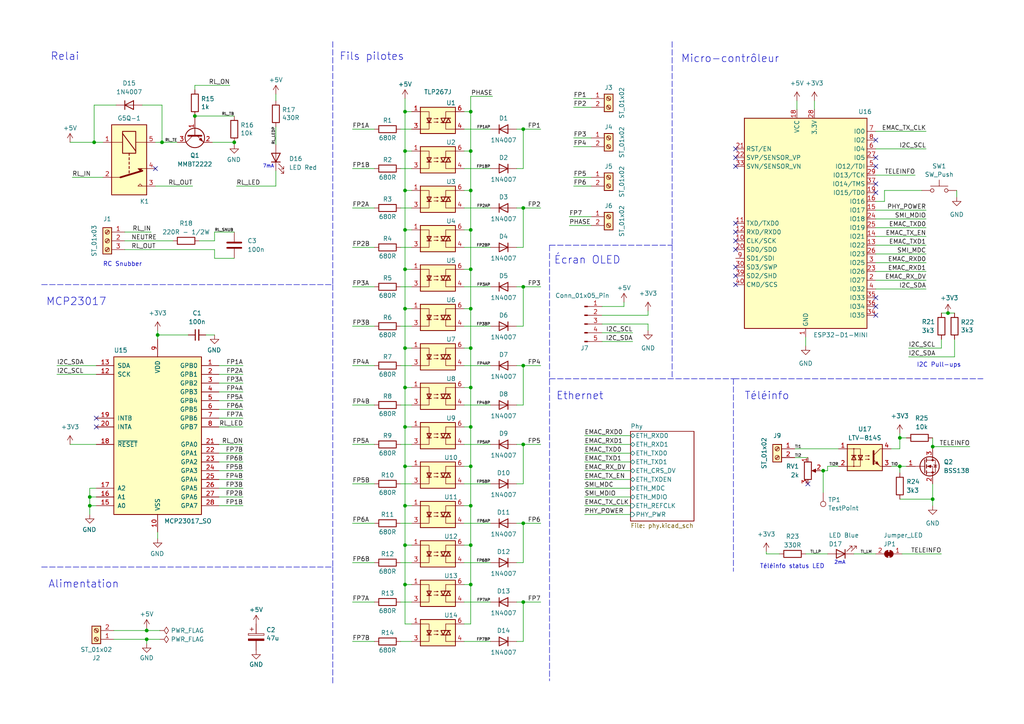
<source format=kicad_sch>
(kicad_sch (version 20231120) (generator "eeschema") (generator_version "8.0")
  (paper "A4")
  (title_block (title "Remora") (rev "2.0") (comment 1 "CC BY-NC-SA 4.0"))
  (junction (at 136.525 146.685))
  (junction (at 117.475 169.545))
  (junction (at 117.475 135.255))
  (junction (at 117.475 32.385))
  (junction (at 45.72 97.155))
  (junction (at 136.525 89.535))
  (junction (at 136.525 169.545))
  (junction (at 136.525 78.105))
  (junction (at 151.765 174.625))
  (junction (at 46.99 41.275))
  (junction (at 151.765 106.045))
  (junction (at 117.475 123.825))
  (junction (at 238.76 136.525))
  (junction (at 56.515 33.655))
  (junction (at 117.475 100.965))
  (junction (at 42.545 182.88))
  (junction (at 42.545 185.42))
  (junction (at 136.525 100.965))
  (junction (at 117.475 89.535))
  (junction (at 136.525 135.255))
  (junction (at 26.035 146.685))
  (junction (at 117.475 146.685))
  (junction (at 136.525 123.825))
  (junction (at 136.525 66.675))
  (junction (at 27.305 41.275))
  (junction (at 117.475 112.395))
  (junction (at 151.765 151.765))
  (junction (at 117.475 55.245))
  (junction (at 136.525 112.395))
  (junction (at 117.475 43.815))
  (junction (at 274.955 90.805))
  (junction (at 26.035 144.145))
  (junction (at 151.765 83.185))
  (junction (at 151.765 128.905))
  (junction (at 136.525 55.245))
  (junction (at 151.765 37.465))
  (junction (at 117.475 78.105))
  (junction (at 117.475 158.115))
  (junction (at 260.985 127))
  (junction (at 136.525 43.815))
  (junction (at 136.525 32.385))
  (junction (at 151.765 60.325))
  (junction (at 260.985 135.255))
  (junction (at 136.525 158.115))
  (junction (at 270.51 144.78))
  (junction (at 67.945 41.275))
  (junction (at 117.475 66.675))
  (junction (at 270.51 129.54))
  (no_connect (at 254 86.36))
  (no_connect (at 213.36 43.18))
  (no_connect (at 213.36 67.31))
  (no_connect (at 213.36 45.72))
  (no_connect (at 234.315 140.335))
  (no_connect (at 254 55.88))
  (no_connect (at 254 53.34))
  (no_connect (at 254 40.64))
  (no_connect (at 27.94 123.825))
  (no_connect (at 254 45.72))
  (no_connect (at 254 88.9))
  (no_connect (at 213.36 48.26))
  (no_connect (at 213.36 77.47))
  (no_connect (at 27.94 121.285))
  (no_connect (at 213.36 82.55))
  (no_connect (at 213.36 72.39))
  (no_connect (at 213.36 64.77))
  (no_connect (at 254 48.26))
  (no_connect (at 254 91.44))
  (no_connect (at 213.36 69.85))
  (no_connect (at 45.085 48.895))
  (no_connect (at 213.36 80.01))
  (wire (pts (xy 134.62 135.255) (xy 136.525 135.255)))
  (wire (pts (xy 61.595 41.275) (xy 67.945 41.275)))
  (wire (pts (xy 174.625 88.9) (xy 180.975 88.9)))
  (wire (pts (xy 165.1 65.405) (xy 171.45 65.405)))
  (wire (pts (xy 117.475 112.395) (xy 119.38 112.395)))
  (wire (pts (xy 29.845 41.275) (xy 27.305 41.275)))
  (wire (pts (xy 151.765 48.895) (xy 151.765 37.465)))
  (wire (pts (xy 102.235 37.465) (xy 108.585 37.465)))
  (wire (pts (xy 117.475 180.975) (xy 119.38 180.975)))
  (wire (pts (xy 236.22 29.21) (xy 236.22 31.75)))
  (wire (pts (xy 117.475 100.965) (xy 117.475 112.395)))
  (wire (pts (xy 151.765 163.195) (xy 151.765 151.765)))
  (wire (pts (xy 116.205 48.895) (xy 119.38 48.895)))
  (wire (pts (xy 222.25 160.655) (xy 226.06 160.655)))
  (wire (pts (xy 116.205 106.045) (xy 119.38 106.045)))
  (wire (pts (xy 63.5 131.445) (xy 70.485 131.445)))
  (wire (pts (xy 149.86 163.195) (xy 151.765 163.195)))
  (wire (pts (xy 136.525 135.255) (xy 136.525 146.685)))
  (polyline (pts (xy 159.385 71.12) (xy 159.385 197.485)) (stroke (width 0) (type dash)))
  (polyline (pts (xy 96.52 12.065) (xy 96.52 82.55)) (stroke (width 0) (type dash)))
  (wire (pts (xy 254 58.42) (xy 256.54 58.42)))
  (wire (pts (xy 231.14 29.21) (xy 231.14 31.75)))
  (wire (pts (xy 42.545 182.88) (xy 42.545 182.245)))
  (wire (pts (xy 254 50.8) (xy 265.43 50.8)))
  (wire (pts (xy 116.205 71.755) (xy 119.38 71.755)))
  (wire (pts (xy 260.985 135.255) (xy 260.985 137.16)))
  (wire (pts (xy 174.625 96.52) (xy 183.515 96.52)))
  (wire (pts (xy 20.32 128.905) (xy 27.94 128.905)))
  (wire (pts (xy 151.765 94.615) (xy 151.765 83.185)))
  (wire (pts (xy 62.23 72.39) (xy 36.195 72.39)))
  (wire (pts (xy 180.975 88.9) (xy 180.975 87.63)))
  (wire (pts (xy 116.205 140.335) (xy 119.38 140.335)))
  (wire (pts (xy 102.235 186.055) (xy 108.585 186.055)))
  (wire (pts (xy 116.205 151.765) (xy 119.38 151.765)))
  (polyline (pts (xy 212.725 109.855) (xy 285.115 109.855)) (stroke (width 0) (type dash)))
  (wire (pts (xy 134.62 66.675) (xy 136.525 66.675)))
  (wire (pts (xy 26.035 146.685) (xy 27.94 146.685)))
  (wire (pts (xy 136.525 180.975) (xy 134.62 180.975)))
  (polyline (pts (xy 12.065 164.465) (xy 96.52 164.465)) (stroke (width 0) (type dash)))
  (wire (pts (xy 45.085 41.275) (xy 46.99 41.275)))
  (wire (pts (xy 149.86 37.465) (xy 151.765 37.465)))
  (wire (pts (xy 80.01 27.305) (xy 80.01 29.21)))
  (wire (pts (xy 16.51 108.585) (xy 27.94 108.585)))
  (wire (pts (xy 117.475 135.255) (xy 117.475 146.685)))
  (wire (pts (xy 134.62 151.765) (xy 142.24 151.765)))
  (wire (pts (xy 56.515 24.765) (xy 56.515 26.035)))
  (wire (pts (xy 134.62 48.895) (xy 142.24 48.895)))
  (wire (pts (xy 26.035 141.605) (xy 26.035 144.145)))
  (wire (pts (xy 263.525 103.505) (xy 276.86 103.505)))
  (wire (pts (xy 63.5 133.985) (xy 70.485 133.985)))
  (wire (pts (xy 254 68.58) (xy 268.605 68.58)))
  (wire (pts (xy 116.205 186.055) (xy 119.38 186.055)))
  (wire (pts (xy 102.235 151.765) (xy 108.585 151.765)))
  (wire (pts (xy 169.545 126.365) (xy 182.88 126.365)))
  (polyline (pts (xy 12.065 82.55) (xy 96.52 82.55)) (stroke (width 0) (type dash)))
  (wire (pts (xy 256.54 58.42) (xy 256.54 55.245)))
  (wire (pts (xy 63.5 123.825) (xy 70.485 123.825)))
  (wire (pts (xy 254 38.1) (xy 268.605 38.1)))
  (wire (pts (xy 42.545 185.42) (xy 42.545 186.69)))
  (wire (pts (xy 26.035 146.685) (xy 26.035 149.225)))
  (wire (pts (xy 117.475 169.545) (xy 117.475 180.975)))
  (wire (pts (xy 36.195 67.31) (xy 43.815 67.31)))
  (wire (pts (xy 134.62 78.105) (xy 136.525 78.105)))
  (wire (pts (xy 45.72 97.155) (xy 54.61 97.155)))
  (wire (pts (xy 182.88 131.445) (xy 169.545 131.445)))
  (wire (pts (xy 277.495 55.245) (xy 277.495 57.15)))
  (wire (pts (xy 67.945 41.91) (xy 67.945 41.275)))
  (wire (pts (xy 63.5 116.205) (xy 70.485 116.205)))
  (wire (pts (xy 169.545 146.685) (xy 182.88 146.685)))
  (wire (pts (xy 36.195 69.85) (xy 50.165 69.85)))
  (wire (pts (xy 166.37 42.545) (xy 171.45 42.545)))
  (wire (pts (xy 117.475 89.535) (xy 119.38 89.535)))
  (wire (pts (xy 134.62 169.545) (xy 136.525 169.545)))
  (wire (pts (xy 149.86 128.905) (xy 151.765 128.905)))
  (wire (pts (xy 116.205 83.185) (xy 119.38 83.185)))
  (wire (pts (xy 63.5 144.145) (xy 70.485 144.145)))
  (wire (pts (xy 166.37 51.435) (xy 171.45 51.435)))
  (wire (pts (xy 254 83.82) (xy 268.605 83.82)))
  (wire (pts (xy 63.5 108.585) (xy 70.485 108.585)))
  (wire (pts (xy 151.765 71.755) (xy 151.765 60.325)))
  (wire (pts (xy 274.955 90.805) (xy 276.86 90.805)))
  (wire (pts (xy 187.96 93.98) (xy 187.96 95.885)))
  (polyline (pts (xy 159.385 71.12) (xy 194.945 71.12)) (stroke (width 0) (type dash)))
  (wire (pts (xy 46.99 41.275) (xy 51.435 41.275)))
  (wire (pts (xy 45.72 97.155) (xy 45.72 98.425)))
  (wire (pts (xy 254 78.74) (xy 268.605 78.74)))
  (wire (pts (xy 63.5 106.045) (xy 70.485 106.045)))
  (wire (pts (xy 56.515 24.765) (xy 66.675 24.765)))
  (wire (pts (xy 116.205 60.325) (xy 119.38 60.325)))
  (wire (pts (xy 166.37 31.115) (xy 171.45 31.115)))
  (wire (pts (xy 136.525 78.105) (xy 136.525 89.535)))
  (wire (pts (xy 136.525 32.385) (xy 136.525 43.815)))
  (wire (pts (xy 169.545 144.145) (xy 182.88 144.145)))
  (wire (pts (xy 233.68 97.79) (xy 233.68 100.33)))
  (wire (pts (xy 254 66.04) (xy 268.605 66.04)))
  (wire (pts (xy 116.205 117.475) (xy 119.38 117.475)))
  (wire (pts (xy 63.5 128.905) (xy 70.485 128.905)))
  (wire (pts (xy 63.5 113.665) (xy 70.485 113.665)))
  (wire (pts (xy 117.475 146.685) (xy 119.38 146.685)))
  (wire (pts (xy 102.235 174.625) (xy 108.585 174.625)))
  (wire (pts (xy 63.5 111.125) (xy 70.485 111.125)))
  (wire (pts (xy 62.23 69.85) (xy 62.23 67.31)))
  (wire (pts (xy 273.05 90.805) (xy 274.955 90.805)))
  (wire (pts (xy 151.765 140.335) (xy 151.765 128.905)))
  (wire (pts (xy 16.51 106.045) (xy 27.94 106.045)))
  (wire (pts (xy 67.945 74.93) (xy 62.23 74.93)))
  (wire (pts (xy 151.765 128.905) (xy 156.845 128.905)))
  (wire (pts (xy 136.525 27.94) (xy 136.525 32.385)))
  (wire (pts (xy 136.525 66.675) (xy 136.525 78.105)))
  (wire (pts (xy 240.03 136.525) (xy 240.03 135.255)))
  (wire (pts (xy 134.62 123.825) (xy 136.525 123.825)))
  (wire (pts (xy 166.37 40.005) (xy 171.45 40.005)))
  (wire (pts (xy 258.445 135.255) (xy 260.985 135.255)))
  (wire (pts (xy 151.765 83.185) (xy 156.845 83.185)))
  (wire (pts (xy 254 81.28) (xy 268.605 81.28)))
  (wire (pts (xy 63.5 139.065) (xy 70.485 139.065)))
  (wire (pts (xy 254 60.96) (xy 268.605 60.96)))
  (wire (pts (xy 270.51 144.78) (xy 270.51 146.685)))
  (wire (pts (xy 42.545 185.42) (xy 46.355 185.42)))
  (wire (pts (xy 33.02 182.88) (xy 42.545 182.88)))
  (wire (pts (xy 46.99 30.48) (xy 41.275 30.48)))
  (wire (pts (xy 42.545 182.88) (xy 46.355 182.88)))
  (wire (pts (xy 26.035 144.145) (xy 26.035 146.685)))
  (wire (pts (xy 149.86 83.185) (xy 151.765 83.185)))
  (wire (pts (xy 166.37 53.975) (xy 171.45 53.975)))
  (wire (pts (xy 80.01 53.975) (xy 68.58 53.975)))
  (wire (pts (xy 270.51 140.335) (xy 270.51 144.78)))
  (polyline (pts (xy 96.52 82.55) (xy 96.52 164.465)) (stroke (width 0) (type dash)))
  (wire (pts (xy 117.475 66.675) (xy 119.38 66.675)))
  (wire (pts (xy 102.235 106.045) (xy 108.585 106.045)))
  (wire (pts (xy 117.475 43.815) (xy 117.475 55.245)))
  (wire (pts (xy 151.765 37.465) (xy 156.845 37.465)))
  (wire (pts (xy 134.62 186.055) (xy 142.24 186.055)))
  (wire (pts (xy 254 71.12) (xy 268.605 71.12)))
  (wire (pts (xy 136.525 100.965) (xy 136.525 112.395)))
  (wire (pts (xy 102.235 128.905) (xy 108.585 128.905)))
  (polyline (pts (xy 96.52 164.465) (xy 96.52 198.12)) (stroke (width 0) (type dash)))
  (wire (pts (xy 80.01 36.83) (xy 80.01 41.91)))
  (wire (pts (xy 151.765 186.055) (xy 151.765 174.625)))
  (wire (pts (xy 134.62 94.615) (xy 142.24 94.615)))
  (wire (pts (xy 63.5 146.685) (xy 70.485 146.685)))
  (wire (pts (xy 116.205 163.195) (xy 119.38 163.195)))
  (wire (pts (xy 134.62 106.045) (xy 142.24 106.045)))
  (wire (pts (xy 136.525 112.395) (xy 136.525 123.825)))
  (wire (pts (xy 270.51 129.54) (xy 270.51 130.175)))
  (wire (pts (xy 169.545 149.225) (xy 182.88 149.225)))
  (wire (pts (xy 56.515 33.655) (xy 67.945 33.655)))
  (wire (pts (xy 63.5 118.745) (xy 70.485 118.745)))
  (wire (pts (xy 263.525 100.965) (xy 273.05 100.965)))
  (wire (pts (xy 117.475 169.545) (xy 119.38 169.545)))
  (wire (pts (xy 134.62 158.115) (xy 136.525 158.115)))
  (wire (pts (xy 149.86 60.325) (xy 151.765 60.325)))
  (wire (pts (xy 117.475 32.385) (xy 117.475 43.815)))
  (wire (pts (xy 134.62 117.475) (xy 142.24 117.475)))
  (wire (pts (xy 117.475 89.535) (xy 117.475 100.965)))
  (wire (pts (xy 27.94 141.605) (xy 26.035 141.605)))
  (wire (pts (xy 26.035 144.145) (xy 27.94 144.145)))
  (polyline (pts (xy 194.945 71.12) (xy 194.945 109.855)) (stroke (width 0) (type dash)))
  (wire (pts (xy 117.475 43.815) (xy 119.38 43.815)))
  (wire (pts (xy 116.205 37.465) (xy 119.38 37.465)))
  (wire (pts (xy 45.72 154.305) (xy 45.72 156.21)))
  (wire (pts (xy 62.23 67.31) (xy 67.945 67.31)))
  (wire (pts (xy 260.985 125.73) (xy 260.985 127)))
  (polyline (pts (xy 212.725 109.855) (xy 212.725 165.735)) (stroke (width 0) (type dash)))
  (wire (pts (xy 102.235 140.335) (xy 108.585 140.335)))
  (wire (pts (xy 117.475 158.115) (xy 119.38 158.115)))
  (wire (pts (xy 117.475 66.675) (xy 117.475 78.105)))
  (wire (pts (xy 169.545 139.065) (xy 182.88 139.065)))
  (wire (pts (xy 116.205 128.905) (xy 119.38 128.905)))
  (wire (pts (xy 134.62 89.535) (xy 136.525 89.535)))
  (wire (pts (xy 134.62 55.245) (xy 136.525 55.245)))
  (wire (pts (xy 134.62 83.185) (xy 142.24 83.185)))
  (wire (pts (xy 169.545 133.985) (xy 182.88 133.985)))
  (wire (pts (xy 134.62 112.395) (xy 136.525 112.395)))
  (wire (pts (xy 117.475 100.965) (xy 119.38 100.965)))
  (wire (pts (xy 149.86 186.055) (xy 151.765 186.055)))
  (wire (pts (xy 117.475 123.825) (xy 117.475 135.255)))
  (wire (pts (xy 169.545 141.605) (xy 182.88 141.605)))
  (wire (pts (xy 134.62 146.685) (xy 136.525 146.685)))
  (wire (pts (xy 102.235 48.895) (xy 108.585 48.895)))
  (wire (pts (xy 165.1 62.865) (xy 171.45 62.865)))
  (wire (pts (xy 134.62 174.625) (xy 142.24 174.625)))
  (wire (pts (xy 149.86 117.475) (xy 151.765 117.475)))
  (wire (pts (xy 238.76 136.525) (xy 238.76 142.875)))
  (wire (pts (xy 254 43.18) (xy 268.605 43.18)))
  (wire (pts (xy 80.01 49.53) (xy 80.01 53.975)))
  (wire (pts (xy 151.765 60.325) (xy 156.845 60.325)))
  (wire (pts (xy 254 63.5) (xy 268.605 63.5)))
  (wire (pts (xy 102.235 163.195) (xy 108.585 163.195)))
  (wire (pts (xy 116.205 174.625) (xy 119.38 174.625)))
  (wire (pts (xy 117.475 32.385) (xy 119.38 32.385)))
  (wire (pts (xy 169.545 136.525) (xy 182.88 136.525)))
  (wire (pts (xy 134.62 43.815) (xy 136.525 43.815)))
  (wire (pts (xy 136.525 27.94) (xy 142.875 27.94)))
  (wire (pts (xy 136.525 55.245) (xy 136.525 66.675)))
  (wire (pts (xy 27.305 30.48) (xy 27.305 41.275)))
  (wire (pts (xy 116.205 94.615) (xy 119.38 94.615)))
  (wire (pts (xy 238.76 136.525) (xy 240.03 136.525)))
  (wire (pts (xy 174.625 99.06) (xy 183.515 99.06)))
  (wire (pts (xy 102.235 71.755) (xy 108.585 71.755)))
  (wire (pts (xy 117.475 55.245) (xy 117.475 66.675)))
  (wire (pts (xy 230.505 132.715) (xy 234.315 132.715)))
  (wire (pts (xy 260.985 127) (xy 262.89 127)))
  (wire (pts (xy 276.86 103.505) (xy 276.86 98.425)))
  (wire (pts (xy 134.62 100.965) (xy 136.525 100.965)))
  (wire (pts (xy 136.525 158.115) (xy 136.525 169.545)))
  (wire (pts (xy 117.475 28.575) (xy 117.475 32.385)))
  (wire (pts (xy 222.25 160.02) (xy 222.25 160.655)))
  (wire (pts (xy 63.5 121.285) (xy 70.485 121.285)))
  (wire (pts (xy 260.985 144.78) (xy 270.51 144.78)))
  (wire (pts (xy 117.475 78.105) (xy 119.38 78.105)))
  (wire (pts (xy 134.62 37.465) (xy 142.24 37.465)))
  (wire (pts (xy 233.68 160.655) (xy 240.03 160.655)))
  (wire (pts (xy 20.955 51.435) (xy 29.845 51.435)))
  (wire (pts (xy 254 73.66) (xy 268.605 73.66)))
  (wire (pts (xy 149.86 140.335) (xy 151.765 140.335)))
  (wire (pts (xy 117.475 123.825) (xy 119.38 123.825)))
  (wire (pts (xy 136.525 123.825) (xy 136.525 135.255)))
  (wire (pts (xy 134.62 128.905) (xy 142.24 128.905)))
  (wire (pts (xy 117.475 112.395) (xy 117.475 123.825)))
  (wire (pts (xy 149.86 106.045) (xy 151.765 106.045)))
  (wire (pts (xy 117.475 78.105) (xy 117.475 89.535)))
  (wire (pts (xy 260.985 135.255) (xy 262.89 135.255)))
  (wire (pts (xy 230.505 130.175) (xy 243.205 130.175)))
  (wire (pts (xy 260.985 127) (xy 260.985 130.175)))
  (wire (pts (xy 134.62 32.385) (xy 136.525 32.385)))
  (wire (pts (xy 151.765 117.475) (xy 151.765 106.045)))
  (wire (pts (xy 149.86 48.895) (xy 151.765 48.895)))
  (wire (pts (xy 102.235 60.325) (xy 108.585 60.325)))
  (wire (pts (xy 136.525 89.535) (xy 136.525 100.965)))
  (wire (pts (xy 256.54 55.245) (xy 267.335 55.245)))
  (wire (pts (xy 247.65 160.655) (xy 254 160.655)))
  (wire (pts (xy 102.235 83.185) (xy 108.585 83.185)))
  (wire (pts (xy 45.72 95.885) (xy 45.72 97.155)))
  (wire (pts (xy 166.37 28.575) (xy 171.45 28.575)))
  (wire (pts (xy 63.5 141.605) (xy 70.485 141.605)))
  (polyline (pts (xy 194.945 12.065) (xy 194.945 71.12)) (stroke (width 0) (type dash)))
  (wire (pts (xy 102.235 117.475) (xy 108.585 117.475)))
  (wire (pts (xy 174.625 91.44) (xy 187.96 91.44)))
  (wire (pts (xy 63.5 136.525) (xy 70.485 136.525)))
  (wire (pts (xy 117.475 55.245) (xy 119.38 55.245)))
  (wire (pts (xy 273.05 160.655) (xy 261.62 160.655)))
  (wire (pts (xy 151.765 151.765) (xy 156.845 151.765)))
  (wire (pts (xy 258.445 130.175) (xy 260.985 130.175)))
  (wire (pts (xy 62.23 74.93) (xy 62.23 72.39)))
  (wire (pts (xy 59.69 97.155) (xy 62.23 97.155)))
  (wire (pts (xy 273.05 100.965) (xy 273.05 98.425)))
  (wire (pts (xy 33.02 185.42) (xy 42.545 185.42)))
  (wire (pts (xy 57.785 69.85) (xy 62.23 69.85)))
  (wire (pts (xy 151.765 174.625) (xy 156.845 174.625)))
  (wire (pts (xy 27.305 30.48) (xy 33.655 30.48)))
  (wire (pts (xy 149.86 151.765) (xy 151.765 151.765)))
  (wire (pts (xy 134.62 140.335) (xy 142.24 140.335)))
  (wire (pts (xy 149.86 71.755) (xy 151.765 71.755)))
  (wire (pts (xy 151.765 106.045) (xy 156.845 106.045)))
  (wire (pts (xy 136.525 169.545) (xy 136.525 180.975)))
  (wire (pts (xy 187.96 91.44) (xy 187.96 90.17)))
  (wire (pts (xy 281.305 129.54) (xy 270.51 129.54)))
  (wire (pts (xy 240.03 135.255) (xy 243.205 135.255)))
  (wire (pts (xy 254 76.2) (xy 268.605 76.2)))
  (wire (pts (xy 134.62 71.755) (xy 142.24 71.755)))
  (wire (pts (xy 149.86 94.615) (xy 151.765 94.615)))
  (wire (pts (xy 117.475 158.115) (xy 117.475 169.545)))
  (wire (pts (xy 134.62 60.325) (xy 142.24 60.325)))
  (wire (pts (xy 20.32 41.275) (xy 27.305 41.275)))
  (wire (pts (xy 238.125 136.525) (xy 238.76 136.525)))
  (wire (pts (xy 102.235 94.615) (xy 108.585 94.615)))
  (wire (pts (xy 136.525 43.815) (xy 136.525 55.245)))
  (wire (pts (xy 270.51 127) (xy 270.51 129.54)))
  (wire (pts (xy 149.86 174.625) (xy 151.765 174.625)))
  (wire (pts (xy 174.625 93.98) (xy 187.96 93.98)))
  (wire (pts (xy 136.525 146.685) (xy 136.525 158.115)))
  (wire (pts (xy 117.475 135.255) (xy 119.38 135.255)))
  (wire (pts (xy 45.085 53.975) (xy 55.88 53.975)))
  (wire (pts (xy 117.475 146.685) (xy 117.475 158.115)))
  (wire (pts (xy 46.99 41.275) (xy 46.99 30.48)))
  (wire (pts (xy 169.545 128.905) (xy 182.88 128.905)))
  (polyline (pts (xy 159.385 109.855) (xy 212.725 109.855)) (stroke (width 0) (type dash)))
  (wire (pts (xy 134.62 163.195) (xy 142.24 163.195)))
  (text "7mA" (at 76.2 48.895 0) (effects (font (size 1 1)) (justify left bottom)))
  (text "MCP23017" (at 13.335 88.9 0) (effects (font (size 2.2 2.2)) (justify left bottom)))
  (text "Relai" (at 14.605 17.78 0) (effects (font (size 2.2 2.2)) (justify left bottom)))
  (text "2mA" (at 241.935 163.83 0) (effects (font (size 1 1)) (justify left bottom)))
  (text "Écran OLED" (at 160.655 76.835 0) (effects (font (size 2.2 2.2)) (justify left bottom)))
  (text "Fils pilotes" (at 98.425 17.78 0) (effects (font (size 2.2 2.2)) (justify left bottom)))
  (text "Alimentation" (at 13.97 170.815 0) (effects (font (size 2.2 2.2)) (justify left bottom)))
  (text "RC Snubber" (at 29.845 77.47 0) (effects (font (size 1.27 1.27)) (justify left bottom)))
  (text "Téléinfo" (at 215.9 116.205 0) (effects (font (size 2.2 2.2)) (justify left bottom)))
  (text "I2C Pull-ups" (at 278.765 106.68 0) (effects (font (size 1.27 1.27)) (justify right bottom)))
  (text "Ethernet" (at 161.29 116.205 0) (effects (font (size 2.2 2.2)) (justify left bottom)))
  (text "Téléinfo status LED" (at 220.345 165.1 0) (effects (font (size 1.27 1.27)) (justify left bottom)))
  (text "Micro-contrôleur" (at 197.485 18.415 0) (effects (font (size 2.2 2.2)) (justify left bottom)))
  (label "FP7" (at 165.1 62.865 0))
  (label "FP5A" (at 70.485 116.205 180))
  (label "I2C_SCL" (at 183.515 96.52 180))
  (label "SMI_MDC" (at 169.545 141.605 0))
  (label "FP2B" (at 102.235 71.755 0))
  (label "EMAC_TXD0" (at 169.545 131.445 0))
  (label "I2C_SDA" (at 263.525 103.505 0))
  (label "FP1" (at 166.37 28.575 0))
  (label "FP3AP" (at 142.24 83.185 180) (effects (font (size 0.8 0.8))))
  (label "EMAC_RXD0" (at 268.605 76.2 180))
  (label "FP4B" (at 102.235 117.475 0))
  (label "PHASE" (at 142.875 27.94 180))
  (label "FP5" (at 166.37 51.435 0))
  (label "FP6" (at 166.37 53.975 0))
  (label "SMI_MDIO" (at 169.545 144.145 0))
  (label "TIO" (at 258.445 135.255 0) (effects (font (size 0.8 0.8))))
  (label "FP4A" (at 70.485 113.665 180))
  (label "FP2" (at 166.37 31.115 0))
  (label "NEUTRE" (at 38.1 69.85 0))
  (label "EMAC_RXD1" (at 169.545 128.905 0))
  (label "FP5AP" (at 142.24 128.905 180) (effects (font (size 0.8 0.8))))
  (label "FP3B" (at 102.235 94.615 0))
  (label "I2C_SDA" (at 16.51 106.045 0))
  (label "I2C_SDA" (at 183.515 99.06 180))
  (label "EMAC_RX_DV" (at 169.545 136.525 0))
  (label "FP1B" (at 70.485 146.685 180))
  (label "PHASE" (at 165.1 65.405 0))
  (label "EMAC_TXD0" (at 268.605 66.04 180))
  (label "FP6A" (at 70.485 118.745 180))
  (label "EMAC_TXD1" (at 268.605 71.12 180))
  (label "FP3A" (at 70.485 111.125 180))
  (label "FP6B" (at 102.235 163.195 0))
  (label "FP2B" (at 70.485 144.145 180))
  (label "FP5BP" (at 142.24 140.335 180) (effects (font (size 0.8 0.8))))
  (label "FP3A" (at 102.235 83.185 0))
  (label "TI2" (at 230.505 132.715 0) (effects (font (size 0.8 0.8))))
  (label "FP1BP" (at 142.24 48.895 180) (effects (font (size 0.8 0.8))))
  (label "FP3" (at 166.37 40.005 0))
  (label "I2C_SDA" (at 268.605 83.82 180))
  (label "FP6" (at 156.845 151.765 180))
  (label "FP5" (at 156.845 128.905 180))
  (label "FP7" (at 156.845 174.625 180))
  (label "RL_IN" (at 20.955 51.435 0))
  (label "FP3" (at 156.845 83.185 180))
  (label "FP7A" (at 70.485 121.285 180))
  (label "I2C_SCL" (at 268.605 43.18 180))
  (label "FP3B" (at 70.485 141.605 180))
  (label "FP1AP" (at 142.24 37.465 180) (effects (font (size 0.8 0.8))))
  (label "RL_TB" (at 67.945 33.655 180) (effects (font (size 0.8 0.8))))
  (label "FP6AP" (at 142.24 151.765 180) (effects (font (size 0.8 0.8))))
  (label "EMAC_TX_CLK" (at 268.605 38.1 180))
  (label "RL_OUT" (at 55.88 53.975 180))
  (label "FP4BP" (at 142.24 117.475 180) (effects (font (size 0.8 0.8))))
  (label "FP6A" (at 102.235 151.765 0))
  (label "RL_LEDP" (at 80.01 41.91 90) (effects (font (size 0.8 0.8))))
  (label "FP2A" (at 102.235 60.325 0))
  (label "TI_LM" (at 249.555 160.655 0) (effects (font (size 0.8 0.8))))
  (label "FP4B" (at 70.485 139.065 180))
  (label "FP1A" (at 70.485 106.045 180))
  (label "FP3BP" (at 142.24 94.615 180) (effects (font (size 0.8 0.8))))
  (label "FP2BP" (at 142.24 71.755 180) (effects (font (size 0.8 0.8))))
  (label "FP4AP" (at 142.24 106.045 180) (effects (font (size 0.8 0.8))))
  (label "FP5B" (at 70.485 136.525 180))
  (label "FP5A" (at 102.235 128.905 0))
  (label "TELEINFO" (at 265.43 50.8 180))
  (label "FP7B" (at 70.485 131.445 180))
  (label "FP1B" (at 102.235 48.895 0))
  (label "RL_ON" (at 66.675 24.765 180))
  (label "PHY_POWER" (at 169.545 149.225 0))
  (label "PHY_POWER" (at 268.605 60.96 180))
  (label "FP7AP" (at 142.24 174.625 180) (effects (font (size 0.8 0.8))))
  (label "FP1" (at 156.845 37.465 180))
  (label "RL_ON" (at 70.485 128.905 180))
  (label "EMAC_TX_EN" (at 169.545 139.065 0))
  (label "EMAC_RXD0" (at 169.545 126.365 0))
  (label "FP4" (at 156.845 106.045 180))
  (label "FP4A" (at 102.235 106.045 0))
  (label "FP2A" (at 70.485 108.585 180))
  (label "RL_LED" (at 70.485 123.825 180))
  (label "EMAC_TXD1" (at 169.545 133.985 0))
  (label "RL_SNUB" (at 62.23 67.31 0) (effects (font (size 0.8 0.8))))
  (label "SMI_MDC" (at 268.605 73.66 180))
  (label "FP7BP" (at 142.24 186.055 180) (effects (font (size 0.8 0.8))))
  (label "RL_OUT" (at 38.1 72.39 0))
  (label "SMI_MDIO" (at 268.605 63.5 180))
  (label "TI_LP" (at 234.95 160.655 0) (effects (font (size 0.8 0.8))))
  (label "EMAC_RXD1" (at 268.605 78.74 180))
  (label "I2C_SCL" (at 263.525 100.965 0))
  (label "I2C_SCL" (at 16.51 108.585 0))
  (label "RL_TE" (at 51.435 41.275 180) (effects (font (size 0.8 0.8))))
  (label "EMAC_TX_EN" (at 268.605 68.58 180))
  (label "FP2" (at 156.845 60.325 180))
  (label "EMAC_RX_DV" (at 268.605 81.28 180))
  (label "EMAC_TX_CLK" (at 169.545 146.685 0))
  (label "FP6BP" (at 142.24 163.195 180) (effects (font (size 0.8 0.8))))
  (label "FP5B" (at 102.235 140.335 0))
  (label "TELEINFO" (at 281.305 129.54 180))
  (label "FP7A" (at 102.235 174.625 0))
  (label "TELEINFO" (at 273.05 160.655 180))
  (label "FP6B" (at 70.485 133.985 180))
  (label "FP4" (at 166.37 42.545 0))
  (label "FP7B" (at 102.235 186.055 0))
  (label "TI1" (at 230.505 130.175 0) (effects (font (size 0.8 0.8))))
  (label "FP1A" (at 102.235 37.465 0))
  (label "TI2R" (at 243.205 135.255 180) (effects (font (size 0.8 0.8))))
  (label "RL_LED" (at 68.58 53.975 0))
  (label "RL_IN" (at 43.815 67.31 180))
  (label "FP2AP" (at 142.24 60.325 180) (effects (font (size 0.8 0.8))))
  (symbol (lib_id "Device:R") (at 260.985 140.97 0) (unit 1)
    (property "Reference" "R24" (at 262.89 139.7 0) (effects (justify left)))
    (property "Value" "3k3" (at 262.89 142.24 0) (effects (justify left)))
    (property "Footprint" "Resistor_SMD:R_0805_2012Metric_Pad1.20x1.40mm_HandSolder" (effects (hide yes)))
    (property "Mouser#" "603-RC0805FR-073K3L" (effects (hide yes)))
    (property "LCSC#" "C114531" (effects (hide yes)))
  )
  (symbol (lib_id "power:+5V") (at 42.545 182.245 0) (unit 1)
    (property "Reference" "#PWR0128" (effects (hide yes)))
    (property "Value" "+5V" (at 42.545 178.1119 0))
  )
  (symbol (lib_id "Jumper:SolderJumper_2_Bridged") (at 257.81 160.655 180) (unit 1)
    (property "Reference" "JP1" (at 256.2225 157.7975 0) (effects (justify right)))
    (property "Value" "Jumper_LED" (at 256.2225 155.2575 0) (effects (justify right)))
    (property "Footprint" "Jumper:SolderJumper-2_P1.3mm_Bridged_RoundedPad1.0x1.5mm" (effects (hide yes)))
  )
  (symbol (lib_id "Device:D") (at 146.05 106.045 0) (unit 1)
    (property "Reference" "D7" (at 146.05 102.87 0))
    (property "Value" "1N4007" (at 146.05 109.22 0))
    (property "Footprint" "remora_lib:D_SOD-123FL" (effects (hide yes)))
    (property "Sim.Device" "D" (effects (hide yes)))
    (property "Sim.Pins" "1=K 2=A" (effects (hide yes)))
    (property "LCSC#" "C727082" (effects (hide yes)))
    (property "Mouser#" "863-NRVS1MFL" (effects (hide yes)))
  )
  (symbol (lib_id "remora_lib:TLP267J") (at 127 183.515 0) (unit 1)
    (property "Reference" "U14" (at 130.81 178.435 0))
    (property "Value" "TLP267J" (effects (hide yes)))
    (property "Footprint" "Package_SO:MFSOP6-4_4.4x3.6mm_P1.27mm" (effects (hide yes)))
    (property "LCSC#" "C393892" (effects (hide yes)))
    (property "Mouser#" "757-TLP267JE" (effects (hide yes)))
  )
  (symbol (lib_id "Relay:G5Q-1") (at 37.465 46.355 270) (unit 1)
    (property "Reference" "K1" (at 41.91 58.42 90))
    (property "Value" "G5Q-1" (at 37.465 34.29 90))
    (property "Footprint" "Relay_THT:Relay_SPDT_Omron-G5Q-1" (effects (hide yes)))
    (property "Datasheet" "https://www.omron.com/ecb/products/pdf/en-g5q.pdf" (effects (hide yes)))
    (property "LCSC#" "C719517" (effects (hide yes)))
    (property "Mouser#" "769-ALQ105" (effects (hide yes)))
  )
  (symbol (lib_id "Device:LED") (at 80.01 45.72 90) (unit 1)
    (property "Reference" "D16" (at 83.82 46.0375 90) (effects (justify right)))
    (property "Value" "LED Red" (at 83.82 48.5775 90) (effects (justify right)))
    (property "Footprint" "LED_SMD:LED_0805_2012Metric_Pad1.15x1.40mm_HandSolder" (effects (hide yes)))
    (property "LCSC#" "C7371913" (effects (hide yes)))
    (property "Mouser#" "743-IN-S85AT5UW" (effects (hide yes)))
  )
  (symbol (lib_id "Device:R") (at 53.975 69.85 90) (unit 1)
    (property "Reference" "R18" (at 53.975 64.77 90))
    (property "Value" "220R - 1/2W" (at 53.975 67.31 90))
    (property "Footprint" "Resistor_THT:R_Axial_DIN0309_L9.0mm_D3.2mm_P12.70mm_Horizontal" (effects (hide yes)))
    (property "LCSC#" "C119410" (effects (hide yes)))
    (property "Mouser#" "603-CFR-50JR-52-220R" (effects (hide yes)))
  )
  (symbol (lib_id "power:GND") (at 62.23 97.155 0) (mirror y) (unit 1)
    (property "Reference" "#PWR0124" (effects (hide yes)))
    (property "Value" "GND" (at 62.103 101.5492 0))
  )
  (symbol (lib_id "Connector:Screw_Terminal_01x02") (at 176.53 28.575 0) (unit 1)
    (property "Reference" "J3" (at 176.53 25.4 0))
    (property "Value" "ST_01x02" (at 180.34 29.845 90))
    (property "Footprint" "TerminalBlock_Phoenix:TerminalBlock_Phoenix_PT-1,5-2-5.0-H_1x02_P5.00mm_Horizontal" (effects (hide yes)))
    (property "LCSC#" "C5188463" (effects (hide yes)))
    (property "Mouser#" "490-TB003-500-P02BE" (effects (hide yes)))
  )
  (symbol (lib_id "power:GND") (at 277.495 57.15 0) (unit 1)
    (property "Reference" "#PWR04" (effects (hide yes)))
    (property "Value" "GND" (at 277.495 62.23 0))
  )
  (symbol (lib_id "Device:R") (at 112.395 140.335 270) (unit 1)
    (property "Reference" "R10" (at 112.395 137.795 90))
    (property "Value" "680R" (at 112.395 142.875 90))
    (property "Footprint" "Resistor_SMD:R_0805_2012Metric_Pad1.20x1.40mm_HandSolder" (effects (hide yes)))
    (property "LCSC#" "C114549" (effects (hide yes)))
    (property "Mouser#" "603-RC0805FR-07680RL" (effects (hide yes)))
  )
  (symbol (lib_id "remora_lib:ESP32-D1-MINI") (at 233.68 64.77 0) (unit 1)
    (property "Reference" "U16" (at 248.92 32.385 0) (effects (justify left)))
    (property "Value" "ESP32-D1-MINI" (at 243.84 97.155 0))
    (property "Footprint" "remora_lib:ESP32-D1-MINI" (effects (hide yes)))
  )
  (symbol (lib_id "power:+5V") (at 180.975 87.63 0) (unit 1)
    (property "Reference" "#PWR0106" (effects (hide yes)))
    (property "Value" "+5V" (at 180.975 83.4969 0))
  )
  (symbol (lib_id "remora_lib:TLP267J") (at 127 172.085 0) (unit 1)
    (property "Reference" "U13" (at 130.81 167.005 0))
    (property "Value" "TLP267J" (effects (hide yes)))
    (property "Footprint" "Package_SO:MFSOP6-4_4.4x3.6mm_P1.27mm" (effects (hide yes)))
    (property "LCSC#" "C393892" (effects (hide yes)))
    (property "Mouser#" "757-TLP267JE" (effects (hide yes)))
  )
  (symbol (lib_id "remora_lib:TLP267J") (at 127 92.075 0) (unit 1)
    (property "Reference" "U6" (at 130.81 86.995 0))
    (property "Value" "TLP267J" (effects (hide yes)))
    (property "Footprint" "Package_SO:MFSOP6-4_4.4x3.6mm_P1.27mm" (effects (hide yes)))
    (property "LCSC#" "C393892" (effects (hide yes)))
    (property "Mouser#" "757-TLP267JE" (effects (hide yes)))
  )
  (symbol (lib_id "Device:R") (at 276.86 94.615 180) (unit 1)
    (property "Reference" "R22" (at 278.638 93.4466 0) (effects (justify right)))
    (property "Value" "3k3" (at 278.638 95.758 0) (effects (justify right)))
    (property "Footprint" "Resistor_SMD:R_0805_2012Metric_Pad1.20x1.40mm_HandSolder" (effects (hide yes)))
    (property "Mouser#" "603-RC0805FR-073K3L" (effects (hide yes)))
    (property "LCSC#" "C114531" (effects (hide yes)))
  )
  (symbol (lib_id "Device:D") (at 146.05 163.195 0) (mirror y) (unit 1)
    (property "Reference" "D12" (at 146.05 160.02 0))
    (property "Value" "1N4007" (at 146.05 166.37 0))
    (property "Footprint" "remora_lib:D_SOD-123FL" (effects (hide yes)))
    (property "Sim.Device" "D" (effects (hide yes)))
    (property "Sim.Pins" "1=K 2=A" (effects (hide yes)))
    (property "LCSC#" "C727082" (effects (hide yes)))
    (property "Mouser#" "863-NRVS1MFL" (effects (hide yes)))
  )
  (symbol (lib_id "Connector:Screw_Terminal_01x02") (at 176.53 40.005 0) (unit 1)
    (property "Reference" "J4" (at 176.53 36.83 0))
    (property "Value" "ST_01x02" (at 180.34 41.275 90))
    (property "Footprint" "TerminalBlock_Phoenix:TerminalBlock_Phoenix_PT-1,5-2-5.0-H_1x02_P5.00mm_Horizontal" (effects (hide yes)))
    (property "LCSC#" "C5188463" (effects (hide yes)))
    (property "Mouser#" "490-TB003-500-P02BE" (effects (hide yes)))
  )
  (symbol (lib_id "Device:R") (at 67.945 37.465 180) (unit 1)
    (property "Reference" "R16" (at 69.723 36.2966 0) (effects (justify right)))
    (property "Value" "10k" (at 69.723 38.608 0) (effects (justify right)))
    (property "Footprint" "Resistor_SMD:R_0805_2012Metric_Pad1.20x1.40mm_HandSolder" (effects (hide yes)))
    (property "Mouser#" "603-RC0805FR-0710KL" (effects (hide yes)))
    (property "LCSC#" "C140868" (effects (hide yes)))
  )
  (symbol (lib_id "remora_lib:TLP267J") (at 127 103.505 0) (unit 1)
    (property "Reference" "U7" (at 130.81 98.425 0))
    (property "Value" "TLP267J" (effects (hide yes)))
    (property "Footprint" "Package_SO:MFSOP6-4_4.4x3.6mm_P1.27mm" (effects (hide yes)))
    (property "LCSC#" "C393892" (effects (hide yes)))
    (property "Mouser#" "757-TLP267JE" (effects (hide yes)))
  )
  (symbol (lib_id "power:+3V3") (at 274.955 90.805 0) (unit 1)
    (property "Reference" "#PWR0103" (effects (hide yes)))
    (property "Value" "+3V3" (at 275.336 86.4108 0))
  )
  (symbol (lib_id "Device:R") (at 112.395 37.465 270) (unit 1)
    (property "Reference" "R1" (at 112.395 34.925 90))
    (property "Value" "680R" (at 112.395 40.005 90))
    (property "Footprint" "Resistor_SMD:R_0805_2012Metric_Pad1.20x1.40mm_HandSolder" (effects (hide yes)))
    (property "LCSC#" "C114549" (effects (hide yes)))
    (property "Mouser#" "603-RC0805FR-07680RL" (effects (hide yes)))
  )
  (symbol (lib_id "Device:R") (at 112.395 117.475 270) (unit 1)
    (property "Reference" "R8" (at 112.395 114.935 90))
    (property "Value" "680R" (at 112.395 120.015 90))
    (property "Footprint" "Resistor_SMD:R_0805_2012Metric_Pad1.20x1.40mm_HandSolder" (effects (hide yes)))
    (property "LCSC#" "C114549" (effects (hide yes)))
    (property "Mouser#" "603-RC0805FR-07680RL" (effects (hide yes)))
  )
  (symbol (lib_id "remora_lib:TLP267J") (at 127 46.355 0) (unit 1)
    (property "Reference" "U2" (at 130.81 41.275 0))
    (property "Value" "TLP267J" (effects (hide yes)))
    (property "Footprint" "Package_SO:MFSOP6-4_4.4x3.6mm_P1.27mm" (effects (hide yes)))
    (property "LCSC#" "C393892" (effects (hide yes)))
    (property "Mouser#" "757-TLP267JE" (effects (hide yes)))
  )
  (symbol (lib_id "power:GND") (at 67.945 41.91 0) (mirror y) (unit 1)
    (property "Reference" "#PWR0119" (effects (hide yes)))
    (property "Value" "GND" (at 67.818 46.3042 0))
  )
  (symbol (lib_id "Device:D") (at 37.465 30.48 0) (unit 1)
    (property "Reference" "D15" (at 37.465 24.13 0))
    (property "Value" "1N4007" (at 37.465 26.67 0))
    (property "Footprint" "remora_lib:D_SOD-123FL" (effects (hide yes)))
    (property "Sim.Device" "D" (effects (hide yes)))
    (property "Sim.Pins" "1=K 2=A" (effects (hide yes)))
    (property "LCSC#" "C727082" (effects (hide yes)))
    (property "Mouser#" "863-NRVS1MFL" (effects (hide yes)))
  )
  (symbol (lib_id "remora_lib:TLP267J") (at 127 57.785 0) (unit 1)
    (property "Reference" "U3" (at 130.81 52.705 0))
    (property "Value" "TLP267J" (effects (hide yes)))
    (property "Footprint" "Package_SO:MFSOP6-4_4.4x3.6mm_P1.27mm" (effects (hide yes)))
    (property "LCSC#" "C393892" (effects (hide yes)))
    (property "Mouser#" "757-TLP267JE" (effects (hide yes)))
  )
  (symbol (lib_id "Interface_Expansion:MCP23017_SO") (at 45.72 126.365 0) (unit 1)
    (property "Reference" "U15" (at 33.02 101.6 0) (effects (justify left)))
    (property "Value" "MCP23017_SO" (at 47.625 151.13 0) (effects (justify left)))
    (property "Footprint" "Package_SO:SOIC-28W_7.5x17.9mm_P1.27mm" (effects (hide yes)))
    (property "Datasheet" "http://ww1.microchip.com/downloads/en/DeviceDoc/20001952C.pdf" (effects (hide yes)))
    (property "LCSC#" "C629440" (effects (hide yes)))
    (property "Mouser#" "579-MCP23017-E/SO" (effects (hide yes)))
  )
  (symbol (lib_id "power:GND") (at 26.035 149.225 0) (mirror y) (unit 1)
    (property "Reference" "#PWR0126" (effects (hide yes)))
    (property "Value" "GND" (at 25.908 153.6192 0))
  )
  (symbol (lib_id "Device:C") (at 67.945 71.12 180) (unit 1)
    (property "Reference" "C3" (at 71.755 69.85 0) (effects (justify right)))
    (property "Value" "100n" (at 71.755 72.39 0) (effects (justify right)))
    (property "Footprint" "Capacitor_THT:C_Rect_L11.5mm_W5.6mm_P10.00mm_MKT" (effects (hide yes)))
    (property "LCSC#" "C506867" (effects (hide yes)))
  )
  (symbol (lib_id "Device:R") (at 112.395 106.045 270) (unit 1)
    (property "Reference" "R7" (at 112.395 103.505 90))
    (property "Value" "680R" (at 112.395 108.585 90))
    (property "Footprint" "Resistor_SMD:R_0805_2012Metric_Pad1.20x1.40mm_HandSolder" (effects (hide yes)))
    (property "LCSC#" "C114549" (effects (hide yes)))
    (property "Mouser#" "603-RC0805FR-07680RL" (effects (hide yes)))
  )
  (symbol (lib_id "Device:R") (at 112.395 60.325 270) (unit 1)
    (property "Reference" "R3" (at 112.395 57.785 90))
    (property "Value" "680R" (at 112.395 62.865 90))
    (property "Footprint" "Resistor_SMD:R_0805_2012Metric_Pad1.20x1.40mm_HandSolder" (effects (hide yes)))
    (property "LCSC#" "C114549" (effects (hide yes)))
    (property "Mouser#" "603-RC0805FR-07680RL" (effects (hide yes)))
  )
  (symbol (lib_id "Device:R") (at 112.395 71.755 270) (unit 1)
    (property "Reference" "R4" (at 112.395 69.215 90))
    (property "Value" "680R" (at 112.395 74.295 90))
    (property "Footprint" "Resistor_SMD:R_0805_2012Metric_Pad1.20x1.40mm_HandSolder" (effects (hide yes)))
    (property "LCSC#" "C114549" (effects (hide yes)))
    (property "Mouser#" "603-RC0805FR-07680RL" (effects (hide yes)))
  )
  (symbol (lib_id "Device:D") (at 146.05 37.465 0) (unit 1)
    (property "Reference" "D1" (at 146.05 34.29 0))
    (property "Value" "1N4007" (at 146.05 40.64 0))
    (property "Footprint" "remora_lib:D_SOD-123FL" (effects (hide yes)))
    (property "Sim.Device" "D" (effects (hide yes)))
    (property "Sim.Pins" "1=K 2=A" (effects (hide yes)))
    (property "LCSC#" "C727082" (effects (hide yes)))
    (property "Mouser#" "863-NRVS1MFL" (effects (hide yes)))
  )
  (symbol (lib_id "Device:C_Polarized") (at 74.295 184.785 0) (unit 1)
    (property "Reference" "C2" (at 77.216 182.6839 0) (effects (justify left)))
    (property "Value" "47u" (at 77.216 185.1081 0) (effects (justify left)))
    (property "Footprint" "Capacitor_SMD:C_Elec_6.3x5.4" (effects (hide yes)))
    (property "LCSC#" "C131122" (effects (hide yes)))
    (property "Mouser#" "80-EDK476M035A9GAA" (effects (hide yes)))
  )
  (symbol (lib_id "Device:R") (at 112.395 83.185 270) (unit 1)
    (property "Reference" "R5" (at 112.395 80.645 90))
    (property "Value" "680R" (at 112.395 85.725 90))
    (property "Footprint" "Resistor_SMD:R_0805_2012Metric_Pad1.20x1.40mm_HandSolder" (effects (hide yes)))
    (property "LCSC#" "C114549" (effects (hide yes)))
    (property "Mouser#" "603-RC0805FR-07680RL" (effects (hide yes)))
  )
  (symbol (lib_id "Transistor_FET:BSS138") (at 267.97 135.255 0) (unit 1)
    (property "Reference" "Q2" (at 273.685 133.985 0) (effects (justify left)))
    (property "Value" "BSS138" (at 273.685 136.525 0) (effects (justify left)))
    (property "Footprint" "Package_TO_SOT_SMD:SOT-23" (effects (hide yes)))
    (property "Datasheet" "https://www.onsemi.com/pub/Collateral/BSS138-D.PDF" (effects (hide yes)))
    (property "LCSC#" "C713688" (effects (hide yes)))
    (property "Mouser#" "771-BSS138P215" (effects (hide yes)))
  )
  (symbol (lib_id "Connector:Screw_Terminal_01x02") (at 176.53 62.865 0) (unit 1)
    (property "Reference" "J6" (at 176.53 59.69 0))
    (property "Value" "ST_01x02" (at 180.34 64.135 90))
    (property "Footprint" "TerminalBlock_Phoenix:TerminalBlock_Phoenix_PT-1,5-2-5.0-H_1x02_P5.00mm_Horizontal" (effects (hide yes)))
    (property "LCSC#" "C5188463" (effects (hide yes)))
    (property "Mouser#" "490-TB003-500-P02BE" (effects (hide yes)))
  )
  (symbol (lib_id "power:+5V") (at 20.32 41.275 0) (unit 1)
    (property "Reference" "#PWR0120" (effects (hide yes)))
    (property "Value" "+5V" (at 20.32 37.1419 0))
  )
  (symbol (lib_id "Device:C_Small") (at 57.15 97.155 90) (unit 1)
    (property "Reference" "C1" (at 57.1563 90.805 90))
    (property "Value" "100n" (at 57.1563 93.345 90))
    (property "Footprint" "Capacitor_SMD:C_0805_2012Metric_Pad1.18x1.45mm_HandSolder" (effects (hide yes)))
    (property "LCSC#" "C49678" (effects (hide yes)))
    (property "Mouser#" "603-CC805KRX7R9BB104" (effects (hide yes)))
  )
  (symbol (lib_id "remora_lib:TLP267J") (at 127 149.225 0) (unit 1)
    (property "Reference" "U11" (at 130.81 144.145 0))
    (property "Value" "TLP267J" (effects (hide yes)))
    (property "Footprint" "Package_SO:MFSOP6-4_4.4x3.6mm_P1.27mm" (effects (hide yes)))
    (property "LCSC#" "C393892" (effects (hide yes)))
    (property "Mouser#" "757-TLP267JE" (effects (hide yes)))
  )
  (symbol (lib_id "remora_lib:TLP267J") (at 127 34.925 0) (unit 1)
    (property "Reference" "U1" (at 130.81 29.845 0))
    (property "Value" "TLP267J" (at 127 26.67 0))
    (property "Footprint" "Package_SO:MFSOP6-4_4.4x3.6mm_P1.27mm" (effects (hide yes)))
    (property "LCSC#" "C393892" (effects (hide yes)))
    (property "Mouser#" "757-TLP267JE" (effects (hide yes)))
  )
  (symbol (lib_id "Device:R") (at 229.87 160.655 90) (unit 1)
    (property "Reference" "R23" (at 229.87 155.575 90))
    (property "Value" "330R" (at 229.87 158.115 90))
    (property "Footprint" "Resistor_SMD:R_0805_2012Metric_Pad1.20x1.40mm_HandSolder" (effects (hide yes)))
    (property "LCSC#" "C105878" (effects (hide yes)))
    (property "Mouser#" "603-RC0805FR-07330RL" (effects (hide yes)))
  )
  (symbol (lib_id "Device:R") (at 56.515 29.845 0) (unit 1)
    (property "Reference" "R15" (at 58.293 28.6766 0) (effects (justify left)))
    (property "Value" "1k" (at 58.293 30.988 0) (effects (justify left)))
    (property "Footprint" "Resistor_SMD:R_0805_2012Metric_Pad1.20x1.40mm_HandSolder" (effects (hide yes)))
    (property "Mouser#" "603-RC0805FR-071KL" (effects (hide yes)))
    (property "LCSC#" "C95781" (effects (hide yes)))
  )
  (symbol (lib_id "power:GND") (at 42.545 186.69 0) (unit 1)
    (property "Reference" "#PWR0123" (effects (hide yes)))
    (property "Value" "GND" (at 42.545 190.8231 0))
  )
  (symbol (lib_id "Connector:Screw_Terminal_01x02") (at 27.94 185.42 180) (unit 1)
    (property "Reference" "J2" (at 27.94 190.8343 0))
    (property "Value" "ST_01x02" (at 27.94 188.4101 0))
    (property "Footprint" "TerminalBlock_Phoenix:TerminalBlock_Phoenix_PT-1,5-2-5.0-H_1x02_P5.00mm_Horizontal" (effects (hide yes)))
    (property "LCSC#" "C5188463" (effects (hide yes)))
    (property "Mouser#" "490-TB003-500-P02BE" (effects (hide yes)))
  )
  (symbol (lib_id "remora_lib:TLP267J") (at 127 126.365 0) (unit 1)
    (property "Reference" "U9" (at 130.81 121.285 0))
    (property "Value" "TLP267J" (effects (hide yes)))
    (property "Footprint" "Package_SO:MFSOP6-4_4.4x3.6mm_P1.27mm" (effects (hide yes)))
    (property "LCSC#" "C393892" (effects (hide yes)))
    (property "Mouser#" "757-TLP267JE" (effects (hide yes)))
  )
  (symbol (lib_id "Device:D") (at 146.05 140.335 0) (mirror y) (unit 1)
    (property "Reference" "D10" (at 146.05 137.16 0))
    (property "Value" "1N4007" (at 146.05 143.51 0))
    (property "Footprint" "remora_lib:D_SOD-123FL" (effects (hide yes)))
    (property "Sim.Device" "D" (effects (hide yes)))
    (property "Sim.Pins" "1=K 2=A" (effects (hide yes)))
    (property "LCSC#" "C727082" (effects (hide yes)))
    (property "Mouser#" "863-NRVS1MFL" (effects (hide yes)))
  )
  (symbol (lib_id "remora_lib:MMBT2222") (at 56.515 38.735 90) (mirror x) (unit 1)
    (property "Reference" "Q1" (at 56.515 45.085 90))
    (property "Value" "MMBT2222" (at 56.515 47.625 90))
    (property "Footprint" "Package_TO_SOT_SMD:SOT-23" (effects (hide yes)))
    (property "Datasheet" "https://www.onsemi.com/pub/Collateral/MMBT2222LT1-D.PDF" (effects (hide yes)))
    (property "LCSC#" "C916372" (effects (hide yes)))
    (property "Mouser#" "771-MMBT2222A215" (effects (hide yes)))
  )
  (symbol (lib_id "remora_lib:TLP267J") (at 127 160.655 0) (unit 1)
    (property "Reference" "U12" (at 130.81 155.575 0))
    (property "Value" "TLP267J" (effects (hide yes)))
    (property "Footprint" "Package_SO:MFSOP6-4_4.4x3.6mm_P1.27mm" (effects (hide yes)))
    (property "LCSC#" "C393892" (effects (hide yes)))
    (property "Mouser#" "757-TLP267JE" (effects (hide yes)))
  )
  (symbol (lib_id "power:GND") (at 233.68 100.33 0) (unit 1)
    (property "Reference" "#PWR0104" (effects (hide yes)))
    (property "Value" "GND" (at 233.68 105.41 0))
  )
  (symbol (lib_id "Connector:Screw_Terminal_01x02") (at 176.53 51.435 0) (unit 1)
    (property "Reference" "J5" (at 176.53 48.26 0))
    (property "Value" "ST_01x02" (at 180.34 52.705 90))
    (property "Footprint" "TerminalBlock_Phoenix:TerminalBlock_Phoenix_PT-1,5-2-5.0-H_1x02_P5.00mm_Horizontal" (effects (hide yes)))
    (property "LCSC#" "C5188463" (effects (hide yes)))
    (property "Mouser#" "490-TB003-500-P02BE" (effects (hide yes)))
  )
  (symbol (lib_id "remora_lib:TLP267J") (at 127 80.645 0) (unit 1)
    (property "Reference" "U5" (at 130.81 75.565 0))
    (property "Value" "TLP267J" (effects (hide yes)))
    (property "Footprint" "Package_SO:MFSOP6-4_4.4x3.6mm_P1.27mm" (effects (hide yes)))
    (property "LCSC#" "C393892" (effects (hide yes)))
    (property "Mouser#" "757-TLP267JE" (effects (hide yes)))
  )
  (symbol (lib_id "Device:R") (at 112.395 163.195 270) (unit 1)
    (property "Reference" "R12" (at 112.395 160.655 90))
    (property "Value" "680R" (at 112.395 165.735 90))
    (property "Footprint" "Resistor_SMD:R_0805_2012Metric_Pad1.20x1.40mm_HandSolder" (effects (hide yes)))
    (property "LCSC#" "C114549" (effects (hide yes)))
    (property "Mouser#" "603-RC0805FR-07680RL" (effects (hide yes)))
  )
  (symbol (lib_id "Device:R") (at 112.395 128.905 270) (unit 1)
    (property "Reference" "R9" (at 112.395 126.365 90))
    (property "Value" "680R" (at 112.395 131.445 90))
    (property "Footprint" "Resistor_SMD:R_0805_2012Metric_Pad1.20x1.40mm_HandSolder" (effects (hide yes)))
    (property "LCSC#" "C114549" (effects (hide yes)))
    (property "Mouser#" "603-RC0805FR-07680RL" (effects (hide yes)))
  )
  (symbol (lib_id "Device:R") (at 112.395 94.615 270) (unit 1)
    (property "Reference" "R6" (at 112.395 92.075 90))
    (property "Value" "680R" (at 112.395 97.155 90))
    (property "Footprint" "Resistor_SMD:R_0805_2012Metric_Pad1.20x1.40mm_HandSolder" (effects (hide yes)))
    (property "LCSC#" "C114549" (effects (hide yes)))
    (property "Mouser#" "603-RC0805FR-07680RL" (effects (hide yes)))
  )
  (symbol (lib_id "Device:LED") (at 243.84 160.655 180) (unit 1)
    (property "Reference" "D17" (at 240.3475 157.7975 0) (effects (justify right)))
    (property "Value" "LED Blue" (at 240.3475 155.2575 0) (effects (justify right)))
    (property "Footprint" "LED_SMD:LED_0805_2012Metric_Pad1.15x1.40mm_HandSolder" (effects (hide yes)))
    (property "LCSC#" "C434433" (effects (hide yes)))
    (property "Mouser#" "743-IN-S85AT5B" (effects (hide yes)))
  )
  (symbol (lib_id "power:GND") (at 187.96 95.885 0) (unit 1)
    (property "Reference" "#PWR0107" (effects (hide yes)))
    (property "Value" "GND" (at 187.96 100.965 0))
  )
  (symbol (lib_id "power:+3V3") (at 260.985 125.73 0) (unit 1)
    (property "Reference" "#PWR0105" (effects (hide yes)))
    (property "Value" "+3V3" (at 260.985 120.65 0))
  )
  (symbol (lib_id "power:+5V") (at 80.01 27.305 0) (unit 1)
    (property "Reference" "#PWR0118" (effects (hide yes)))
    (property "Value" "+5V" (at 80.01 23.1719 0))
  )
  (symbol (lib_id "Device:D") (at 146.05 71.755 0) (mirror y) (unit 1)
    (property "Reference" "D4" (at 146.05 68.58 0))
    (property "Value" "1N4007" (at 146.05 74.93 0))
    (property "Footprint" "remora_lib:D_SOD-123FL" (effects (hide yes)))
    (property "Sim.Device" "D" (effects (hide yes)))
    (property "Sim.Pins" "1=K 2=A" (effects (hide yes)))
    (property "LCSC#" "C727082" (effects (hide yes)))
    (property "Mouser#" "863-NRVS1MFL" (effects (hide yes)))
  )
  (symbol (lib_id "power:GND") (at 74.295 188.595 0) (unit 1)
    (property "Reference" "#PWR0121" (effects (hide yes)))
    (property "Value" "GND" (at 74.295 192.7281 0))
  )
  (symbol (lib_id "power:GND") (at 45.72 156.21 0) (mirror y) (unit 1)
    (property "Reference" "#PWR0127" (effects (hide yes)))
    (property "Value" "GND" (at 45.593 160.6042 0))
  )
  (symbol (lib_id "Device:R_Potentiometer") (at 234.315 136.525 0) (unit 1)
    (property "Reference" "RV1" (at 231.775 135.255 0) (effects (justify right)))
    (property "Value" "2k" (at 231.775 137.795 0) (effects (justify right)))
    (property "Footprint" "Potentiometer_SMD:Potentiometer_Bourns_TC33X_Vertical" (effects (hide yes)))
    (property "LCSC#" "C128549" (effects (hide yes)))
    (property "Mouser#" "652-TC33X-2-202E" (effects (hide yes)))
  )
  (symbol (lib_id "Device:D") (at 146.05 83.185 0) (unit 1)
    (property "Reference" "D5" (at 146.05 80.01 0))
    (property "Value" "1N4007" (at 146.05 86.36 0))
    (property "Footprint" "remora_lib:D_SOD-123FL" (effects (hide yes)))
    (property "Sim.Device" "D" (effects (hide yes)))
    (property "Sim.Pins" "1=K 2=A" (effects (hide yes)))
    (property "LCSC#" "C727082" (effects (hide yes)))
    (property "Mouser#" "863-NRVS1MFL" (effects (hide yes)))
  )
  (symbol (lib_id "Device:D") (at 146.05 60.325 0) (unit 1)
    (property "Reference" "D3" (at 146.05 57.15 0))
    (property "Value" "1N4007" (at 146.05 63.5 0))
    (property "Footprint" "remora_lib:D_SOD-123FL" (effects (hide yes)))
    (property "Sim.Device" "D" (effects (hide yes)))
    (property "Sim.Pins" "1=K 2=A" (effects (hide yes)))
    (property "LCSC#" "C727082" (effects (hide yes)))
    (property "Mouser#" "863-NRVS1MFL" (effects (hide yes)))
  )
  (symbol (lib_id "power:+5V") (at 231.14 29.21 0) (unit 1)
    (property "Reference" "#PWR0101" (effects (hide yes)))
    (property "Value" "+5V" (at 231.14 24.13 0))
  )
  (symbol (lib_id "power:+3V3") (at 20.32 128.905 0) (unit 1)
    (property "Reference" "#PWR0125" (effects (hide yes)))
    (property "Value" "+3V3" (at 20.32 123.825 0))
  )
  (symbol (lib_id "power:+5V") (at 74.295 180.975 0) (unit 1)
    (property "Reference" "#PWR0122" (effects (hide yes)))
    (property "Value" "+5V" (at 74.295 176.8419 0))
  )
  (symbol (lib_id "power:PWR_FLAG") (at 46.355 185.42 270) (unit 1)
    (property "Reference" "#FLG0101" (effects (hide yes)))
    (property "Value" "PWR_FLAG" (at 49.53 185.42 90) (effects (justify left)))
  )
  (symbol (lib_id "Switch:SW_Push") (at 272.415 55.245 0) (unit 1)
    (property "Reference" "SW1" (at 272.415 48.1797 0))
    (property "Value" "SW_Push" (at 272.415 50.6039 0))
    (property "Footprint" "Button_Switch_SMD:SW_Push_1P1T_NO_6x6mm_H9.5mm" (effects (hide yes)))
    (property "LCSC#" "C255812" (effects (hide yes)))
    (property "Mouser#" "179-TS046655BK160SMT" (effects (hide yes)))
  )
  (symbol (lib_id "Device:R") (at 273.05 94.615 180) (unit 1)
    (property "Reference" "R21" (at 267.335 93.345 0) (effects (justify right)))
    (property "Value" "3k3" (at 267.335 95.885 0) (effects (justify right)))
    (property "Footprint" "Resistor_SMD:R_0805_2012Metric_Pad1.20x1.40mm_HandSolder" (effects (hide yes)))
    (property "Mouser#" "603-RC0805FR-073K3L" (effects (hide yes)))
    (property "LCSC#" "C114531" (effects (hide yes)))
  )
  (symbol (lib_id "Connector:Conn_01x05_Pin") (at 169.545 93.98 0) (unit 1)
    (property "Reference" "J7" (at 169.545 100.965 0))
    (property "Value" "Conn_01x05_Pin" (at 168.91 85.725 0))
    (property "Footprint" "Connector_PinHeader_2.54mm:PinHeader_1x05_P2.54mm_Vertical" (effects (hide yes)))
    (property "LCSC#" "C492404" (effects (hide yes)))
    (property "Mouser#" "200-EW0509TS300" (effects (hide yes)))
  )
  (symbol (lib_id "power:GND") (at 270.51 146.685 0) (unit 1)
    (property "Reference" "#PWR0109" (effects (hide yes)))
    (property "Value" "GND" (at 270.51 151.765 0))
  )
  (symbol (lib_id "Device:R") (at 80.01 33.02 0) (unit 1)
    (property "Reference" "R17" (at 81.788 31.8516 0) (effects (justify left)))
    (property "Value" "430R" (at 81.788 34.163 0) (effects (justify left)))
    (property "Footprint" "Resistor_SMD:R_0805_2012Metric_Pad1.20x1.40mm_HandSolder" (effects (hide yes)))
    (property "Mouser#" "603-RC0805FR-07430RL" (effects (hide yes)))
    (property "LCSC#" "C2907265" (effects (hide yes)))
  )
  (symbol (lib_id "Device:D") (at 146.05 174.625 0) (unit 1)
    (property "Reference" "D13" (at 146.05 171.45 0))
    (property "Value" "1N4007" (at 146.05 177.8 0))
    (property "Footprint" "remora_lib:D_SOD-123FL" (effects (hide yes)))
    (property "Sim.Device" "D" (effects (hide yes)))
    (property "Sim.Pins" "1=K 2=A" (effects (hide yes)))
    (property "LCSC#" "C727082" (effects (hide yes)))
    (property "Mouser#" "863-NRVS1MFL" (effects (hide yes)))
  )
  (symbol (lib_id "Device:R") (at 266.7 127 90) (unit 1)
    (property "Reference" "R25" (at 267.335 121.285 90))
    (property "Value" "10k" (at 267.335 123.825 90))
    (property "Footprint" "Resistor_SMD:R_0805_2012Metric_Pad1.20x1.40mm_HandSolder" (effects (hide yes)))
    (property "Mouser#" "603-RC0805FR-0710KL" (effects (hide yes)))
    (property "LCSC#" "C140868" (effects (hide yes)))
  )
  (symbol (lib_id "remora_lib:TLP267J") (at 127 137.795 0) (unit 1)
    (property "Reference" "U10" (at 130.81 132.715 0))
    (property "Value" "TLP267J" (effects (hide yes)))
    (property "Footprint" "Package_SO:MFSOP6-4_4.4x3.6mm_P1.27mm" (effects (hide yes)))
    (property "LCSC#" "C393892" (effects (hide yes)))
    (property "Mouser#" "757-TLP267JE" (effects (hide yes)))
  )
  (symbol (lib_id "power:+3V3") (at 187.96 90.17 0) (unit 1)
    (property "Reference" "#PWR03" (effects (hide yes)))
    (property "Value" "+3V3" (at 187.96 85.09 0))
  )
  (symbol (lib_id "remora_lib:TLP267J") (at 127 114.935 0) (unit 1)
    (property "Reference" "U8" (at 130.81 109.855 0))
    (property "Value" "TLP267J" (effects (hide yes)))
    (property "Footprint" "Package_SO:MFSOP6-4_4.4x3.6mm_P1.27mm" (effects (hide yes)))
    (property "LCSC#" "C393892" (effects (hide yes)))
    (property "Mouser#" "757-TLP267JE" (effects (hide yes)))
  )
  (symbol (lib_id "power:+3V3") (at 236.22 29.21 0) (unit 1)
    (property "Reference" "#PWR0102" (effects (hide yes)))
    (property "Value" "+3V3" (at 236.22 24.13 0))
  )
  (symbol (lib_id "Isolator:LTV-814") (at 250.825 132.715 0) (unit 1)
    (property "Reference" "U17" (at 250.825 124.46 0))
    (property "Value" "LTV-814S" (at 250.825 127 0))
    (property "Footprint" "Package_DIP:DIP-4_W8.89mm_SMDSocket_LongPads" (effects (hide yes)))
    (property "Datasheet" "https://optoelectronics.liteon.com/upload/download/DS-70-96-0013/LTV-8X4%20series%20201509.pdf" (effects (hide yes)))
    (property "LCSC#" "C125118" (effects (hide yes)))
    (property "Mouser#" "859-LTV-814S" (effects (hide yes)))
  )
  (symbol (lib_id "Device:D") (at 146.05 186.055 0) (mirror y) (unit 1)
    (property "Reference" "D14" (at 146.05 182.88 0))
    (property "Value" "1N4007" (at 146.05 189.23 0))
    (property "Footprint" "remora_lib:D_SOD-123FL" (effects (hide yes)))
    (property "Sim.Device" "D" (effects (hide yes)))
    (property "Sim.Pins" "1=K 2=A" (effects (hide yes)))
    (property "LCSC#" "C727082" (effects (hide yes)))
    (property "Mouser#" "863-NRVS1MFL" (effects (hide yes)))
  )
  (symbol (lib_id "Device:R") (at 112.395 174.625 270) (unit 1)
    (property "Reference" "R13" (at 112.395 172.085 90))
    (property "Value" "680R" (at 112.395 177.165 90))
    (property "Footprint" "Resistor_SMD:R_0805_2012Metric_Pad1.20x1.40mm_HandSolder" (effects (hide yes)))
    (property "LCSC#" "C114549" (effects (hide yes)))
    (property "Mouser#" "603-RC0805FR-07680RL" (effects (hide yes)))
  )
  (symbol (lib_id "power:+3V3") (at 45.72 95.885 0) (unit 1)
    (property "Reference" "#PWR0116" (effects (hide yes)))
    (property "Value" "+3V3" (at 45.72 90.805 0))
  )
  (symbol (lib_id "power:+3V3") (at 222.25 160.02 0) (unit 1)
    (property "Reference" "#PWR0108" (effects (hide yes)))
    (property "Value" "+3V3" (at 222.25 154.94 0))
  )
  (symbol (lib_id "Connector:Screw_Terminal_01x03") (at 31.115 69.85 0) (mirror y) (unit 1)
    (property "Reference" "J1" (at 31.115 63.5 0))
    (property "Value" "ST_01x03" (at 27.305 69.85 90))
    (property "Footprint" "TerminalBlock_Phoenix:TerminalBlock_Phoenix_PT-1,5-3-5.0-H_1x03_P5.00mm_Horizontal" (effects (hide yes)))
    (property "LCSC#" "C5188464" (effects (hide yes)))
    (property "Mouser#" "490-TB003-500-P03BE" (effects (hide yes)))
  )
  (symbol (lib_id "remora_lib:TLP267J") (at 127 69.215 0) (unit 1)
    (property "Reference" "U4" (at 130.81 64.135 0))
    (property "Value" "TLP267J" (effects (hide yes)))
    (property "Footprint" "Package_SO:MFSOP6-4_4.4x3.6mm_P1.27mm" (effects (hide yes)))
    (property "LCSC#" "C393892" (effects (hide yes)))
    (property "Mouser#" "757-TLP267JE" (effects (hide yes)))
  )
  (symbol (lib_id "Connector:TestPoint") (at 238.76 142.875 180) (unit 1)
    (property "Reference" "TP1" (at 240.157 144.9649 0) (effects (justify right)))
    (property "Value" "TestPoint" (at 240.157 147.3891 0) (effects (justify right)))
    (property "Footprint" "TestPoint:TestPoint_THTPad_D1.0mm_Drill0.5mm" (effects (hide yes)))
  )
  (symbol (lib_id "Device:R") (at 112.395 151.765 270) (unit 1)
    (property "Reference" "R11" (at 112.395 149.225 90))
    (property "Value" "680R" (at 112.395 154.305 90))
    (property "Footprint" "Resistor_SMD:R_0805_2012Metric_Pad1.20x1.40mm_HandSolder" (effects (hide yes)))
    (property "LCSC#" "C114549" (effects (hide yes)))
    (property "Mouser#" "603-RC0805FR-07680RL" (effects (hide yes)))
  )
  (symbol (lib_id "Device:D") (at 146.05 151.765 0) (unit 1)
    (property "Reference" "D11" (at 146.05 148.59 0))
    (property "Value" "1N4007" (at 146.05 154.94 0))
    (property "Footprint" "remora_lib:D_SOD-123FL" (effects (hide yes)))
    (property "Sim.Device" "D" (effects (hide yes)))
    (property "Sim.Pins" "1=K 2=A" (effects (hide yes)))
    (property "LCSC#" "C727082" (effects (hide yes)))
    (property "Mouser#" "863-NRVS1MFL" (effects (hide yes)))
  )
  (symbol (lib_id "power:+5V") (at 117.475 28.575 0) (unit 1)
    (property "Reference" "#PWR0117" (effects (hide yes)))
    (property "Value" "+5V" (at 117.475 24.4419 0))
  )
  (symbol (lib_id "Device:D") (at 146.05 117.475 0) (mirror y) (unit 1)
    (property "Reference" "D8" (at 146.05 114.3 0))
    (property "Value" "1N4007" (at 146.05 120.65 0))
    (property "Footprint" "remora_lib:D_SOD-123FL" (effects (hide yes)))
    (property "Sim.Device" "D" (effects (hide yes)))
    (property "Sim.Pins" "1=K 2=A" (effects (hide yes)))
    (property "LCSC#" "C727082" (effects (hide yes)))
    (property "Mouser#" "863-NRVS1MFL" (effects (hide yes)))
  )
  (symbol (lib_id "Device:D") (at 146.05 48.895 0) (mirror y) (unit 1)
    (property "Reference" "D2" (at 146.05 45.72 0))
    (property "Value" "1N4007" (at 146.05 52.07 0))
    (property "Footprint" "remora_lib:D_SOD-123FL" (effects (hide yes)))
    (property "Sim.Device" "D" (effects (hide yes)))
    (property "Sim.Pins" "1=K 2=A" (effects (hide yes)))
    (property "LCSC#" "C727082" (effects (hide yes)))
    (property "Mouser#" "863-NRVS1MFL" (effects (hide yes)))
  )
  (symbol (lib_id "power:PWR_FLAG") (at 46.355 182.88 270) (unit 1)
    (property "Reference" "#FLG0102" (effects (hide yes)))
    (property "Value" "PWR_FLAG" (at 49.53 182.88 90) (effects (justify left)))
  )
  (symbol (lib_id "Device:R") (at 112.395 186.055 270) (unit 1)
    (property "Reference" "R14" (at 112.395 183.515 90))
    (property "Value" "680R" (at 112.395 188.595 90))
    (property "Footprint" "Resistor_SMD:R_0805_2012Metric_Pad1.20x1.40mm_HandSolder" (effects (hide yes)))
    (property "LCSC#" "C114549" (effects (hide yes)))
    (property "Mouser#" "603-RC0805FR-07680RL" (effects (hide yes)))
  )
  (symbol (lib_id "Device:D") (at 146.05 94.615 0) (mirror y) (unit 1)
    (property "Reference" "D6" (at 146.05 91.44 0))
    (property "Value" "1N4007" (at 146.05 97.79 0))
    (property "Footprint" "remora_lib:D_SOD-123FL" (effects (hide yes)))
    (property "Sim.Device" "D" (effects (hide yes)))
    (property "Sim.Pins" "1=K 2=A" (effects (hide yes)))
    (property "LCSC#" "C727082" (effects (hide yes)))
    (property "Mouser#" "863-NRVS1MFL" (effects (hide yes)))
  )
  (symbol (lib_id "Device:R") (at 112.395 48.895 270) (unit 1)
    (property "Reference" "R2" (at 112.395 46.355 90))
    (property "Value" "680R" (at 112.395 51.435 90))
    (property "Footprint" "Resistor_SMD:R_0805_2012Metric_Pad1.20x1.40mm_HandSolder" (effects (hide yes)))
    (property "LCSC#" "C114549" (effects (hide yes)))
    (property "Mouser#" "603-RC0805FR-07680RL" (effects (hide yes)))
  )
  (symbol (lib_id "Connector:Screw_Terminal_01x02") (at 225.425 130.175 0) (mirror y) (unit 1)
    (property "Reference" "J9" (at 225.425 126.365 0))
    (property "Value" "ST_01x02" (at 221.615 131.445 90))
    (property "Footprint" "TerminalBlock_Phoenix:TerminalBlock_Phoenix_PT-1,5-2-5.0-H_1x02_P5.00mm_Horizontal" (effects (hide yes)))
    (property "LCSC#" "C5188463" (effects (hide yes)))
    (property "Mouser#" "490-TB003-500-P02BE" (effects (hide yes)))
  )
  (symbol (lib_id "Device:D") (at 146.05 128.905 0) (unit 1)
    (property "Reference" "D9" (at 146.05 125.73 0))
    (property "Value" "1N4007" (at 146.05 132.08 0))
    (property "Footprint" "remora_lib:D_SOD-123FL" (effects (hide yes)))
    (property "Sim.Device" "D" (effects (hide yes)))
    (property "Sim.Pins" "1=K 2=A" (effects (hide yes)))
    (property "LCSC#" "C727082" (effects (hide yes)))
    (property "Mouser#" "863-NRVS1MFL" (effects (hide yes)))
  )
  (sheet (at 182.88 125.095) (size 18.415 26.035) (stroke (width 0.1524))
    (property "Sheetname" "Phy" (at 182.88 124.3834 0) (effects (justify left bottom)))
    (property "Sheetfile" "phy.kicad_sch" (at 182.88 151.7146 0) (effects (justify left top)))
    (pin "ETH_TXD0" bidirectional (at 182.88 131.445 180))
    (pin "PHY_PWR" input (at 182.88 149.225 180))
    (pin "ETH_REFCLK" input (at 182.88 146.685 180))
    (pin "ETH_MDIO" bidirectional (at 182.88 144.145 180))
    (pin "ETH_MDC" bidirectional (at 182.88 141.605 180))
    (pin "ETH_TXDEN" bidirectional (at 182.88 139.065 180))
    (pin "ETH_TXD1" bidirectional (at 182.88 133.985 180))
    (pin "ETH_CRS_DV" bidirectional (at 182.88 136.525 180))
    (pin "ETH_RXD0" bidirectional (at 182.88 126.365 180))
    (pin "ETH_RXD1" bidirectional (at 182.88 128.905 180))
  )
)
</source>
